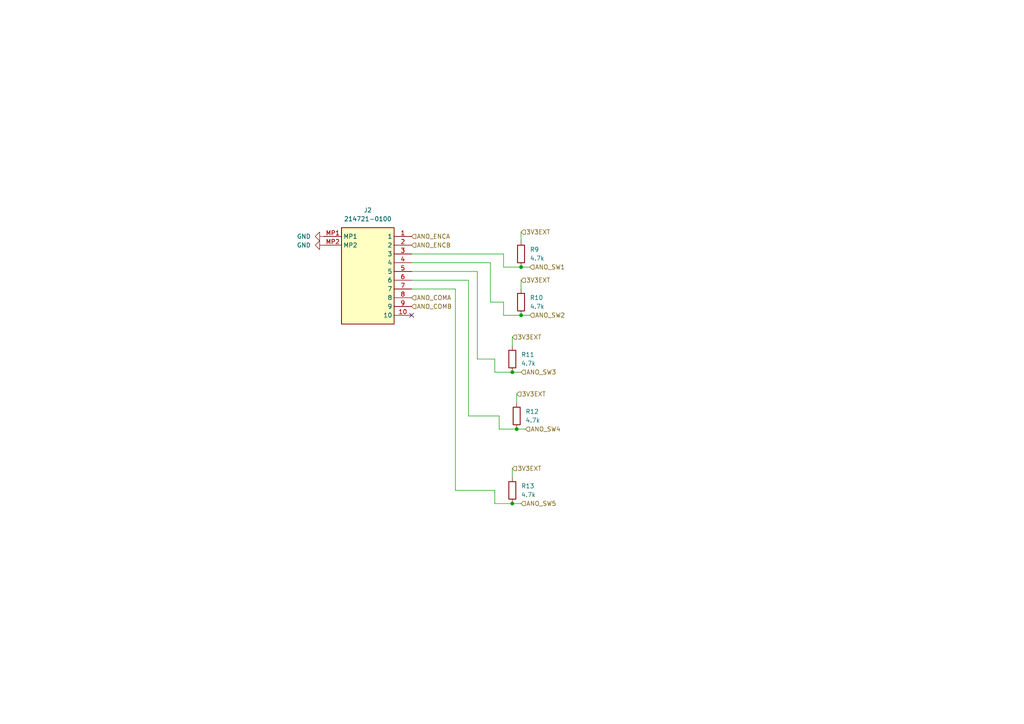
<source format=kicad_sch>
(kicad_sch (version 20231120) (generator "eeschema") (generator_version "8.0")
  (paper "A4")
  (lib_symbols
    (symbol "Device:R" (pin_numbers hide) (pin_names (offset 0))
      (property "Reference" "R" (at 2.032 0 90))
      (property "Value" "R" (at 0 0 90))
      (symbol "R_0_1"
        (rectangle (start -1.016 -2.54) (end 1.016 2.54) (stroke (width 0.254)))
      )
      (symbol "R_1_1"
        (pin passive line (at 0 3.81 270) (length 1.27) (name "~") (number "1"))
        (pin passive line (at 0 -3.81 90) (length 1.27) (name "~") (number "2"))
      )
    )
    (symbol "dialheader:214721-0100"
      (property "Reference" "J" (at 21.59 7.62 0))
      (property "Value" "214721-0100" (at 21.59 5.08 0))
      (symbol "214721-0100_1_1"
        (rectangle (start 5.08 2.54) (end 20.32 -25.4) (stroke (width 0.254)) (fill (type background)))
        (pin passive line (at 25.4 0 180) (length 5.08) (name "1") (number "1"))
        (pin passive line (at 25.4 -22.86 180) (length 5.08) (name "10") (number "10"))
        (pin passive line (at 25.4 -2.54 180) (length 5.08) (name "2") (number "2"))
        (pin passive line (at 25.4 -5.08 180) (length 5.08) (name "3") (number "3"))
        (pin passive line (at 25.4 -7.62 180) (length 5.08) (name "4") (number "4"))
        (pin passive line (at 25.4 -10.16 180) (length 5.08) (name "5") (number "5"))
        (pin passive line (at 25.4 -12.7 180) (length 5.08) (name "6") (number "6"))
        (pin passive line (at 25.4 -15.24 180) (length 5.08) (name "7") (number "7"))
        (pin passive line (at 25.4 -17.78 180) (length 5.08) (name "8") (number "8"))
        (pin passive line (at 25.4 -20.32 180) (length 5.08) (name "9") (number "9"))
        (pin passive line (at 0 0 0) (length 5.08) (name "MP1") (number "MP1"))
        (pin passive line (at 0 -2.54 0) (length 5.08) (name "MP2") (number "MP2"))
      )
    )
    (symbol "power:GND" (power) (pin_numbers hide) (pin_names (offset 0) hide)
      (property "Value" "GND" (at 0 -3.81 0))
      (symbol "GND_0_1"
        (polyline (pts (xy 0 0) (xy 0 -1.27) (xy 1.27 -1.27) (xy 0 -2.54) (xy -1.27 -1.27) (xy 0 -1.27)))
      )
      (symbol "GND_1_1"
        (pin power_in line (at 0 0 270) (length 0) (name "~") (number "1"))
      )
    )
  )
  (junction (at 148.59 107.95))
  (junction (at 149.86 124.46))
  (junction (at 148.59 146.05))
  (junction (at 151.13 77.47))
  (junction (at 151.13 91.44))
  (no_connect (at 119.38 91.44))
  (wire (pts (xy 119.38 78.74) (xy 138.43 78.74)))
  (wire (pts (xy 146.05 77.47) (xy 151.13 77.47)))
  (wire (pts (xy 146.05 87.63) (xy 146.05 91.44)))
  (wire (pts (xy 151.13 83.82) (xy 151.13 81.28)))
  (wire (pts (xy 135.89 120.65) (xy 144.78 120.65)))
  (wire (pts (xy 151.13 69.85) (xy 151.13 67.31)))
  (wire (pts (xy 146.05 91.44) (xy 151.13 91.44)))
  (wire (pts (xy 148.59 100.33) (xy 148.59 97.79)))
  (wire (pts (xy 144.78 124.46) (xy 149.86 124.46)))
  (wire (pts (xy 143.51 107.95) (xy 148.59 107.95)))
  (wire (pts (xy 149.86 116.84) (xy 149.86 114.3)))
  (wire (pts (xy 138.43 104.14) (xy 143.51 104.14)))
  (wire (pts (xy 146.05 73.66) (xy 146.05 77.47)))
  (wire (pts (xy 149.86 124.46) (xy 152.4 124.46)))
  (wire (pts (xy 132.08 142.24) (xy 143.51 142.24)))
  (wire (pts (xy 119.38 76.2) (xy 142.24 76.2)))
  (wire (pts (xy 132.08 83.82) (xy 132.08 142.24)))
  (wire (pts (xy 143.51 104.14) (xy 143.51 107.95)))
  (wire (pts (xy 148.59 146.05) (xy 151.13 146.05)))
  (wire (pts (xy 148.59 107.95) (xy 151.13 107.95)))
  (wire (pts (xy 138.43 78.74) (xy 138.43 104.14)))
  (wire (pts (xy 119.38 83.82) (xy 132.08 83.82)))
  (wire (pts (xy 119.38 81.28) (xy 135.89 81.28)))
  (wire (pts (xy 142.24 87.63) (xy 146.05 87.63)))
  (wire (pts (xy 142.24 76.2) (xy 142.24 87.63)))
  (wire (pts (xy 143.51 142.24) (xy 143.51 146.05)))
  (wire (pts (xy 151.13 91.44) (xy 153.67 91.44)))
  (wire (pts (xy 135.89 81.28) (xy 135.89 120.65)))
  (wire (pts (xy 119.38 73.66) (xy 146.05 73.66)))
  (wire (pts (xy 144.78 120.65) (xy 144.78 124.46)))
  (wire (pts (xy 148.59 138.43) (xy 148.59 135.89)))
  (wire (pts (xy 151.13 77.47) (xy 153.67 77.47)))
  (wire (pts (xy 143.51 146.05) (xy 148.59 146.05)))
  (hierarchical_label "ANO_COMB" (shape input) (at 119.38 88.9 0))
  (hierarchical_label "3V3EXT" (shape input) (at 149.86 114.3 0))
  (hierarchical_label "3V3EXT" (shape input) (at 148.59 97.79 0))
  (hierarchical_label "3V3EXT" (shape input) (at 151.13 81.28 0))
  (hierarchical_label "ANO_ENCA" (shape input) (at 119.38 68.58 0))
  (hierarchical_label "ANO_SW2" (shape input) (at 153.67 91.44 0))
  (hierarchical_label "3V3EXT" (shape input) (at 148.59 135.89 0))
  (hierarchical_label "ANO_SW3" (shape input) (at 151.13 107.95 0))
  (hierarchical_label "ANO_ENCB" (shape input) (at 119.38 71.12 0))
  (hierarchical_label "ANO_SW1" (shape input) (at 153.67 77.47 0))
  (hierarchical_label "ANO_SW4" (shape input) (at 152.4 124.46 0))
  (hierarchical_label "ANO_COMA" (shape input) (at 119.38 86.36 0))
  (hierarchical_label "3V3EXT" (shape input) (at 151.13 67.31 0))
  (hierarchical_label "ANO_SW5" (shape input) (at 151.13 146.05 0))
  (symbol (lib_id "power:GND") (at 93.98 68.58 270) (unit 1)
    (property "Reference" "#PWR061" (effects (hide yes)))
    (property "Value" "GND" (at 90.17 68.5801 90) (effects (justify right)))
    (property "Description" "Power symbol creates a global label with name \"GND\" , ground" (effects (hide yes)))
  )
  (symbol (lib_id "Device:R") (at 148.59 104.14 0) (unit 1)
    (property "Reference" "R11" (at 151.13 102.8699 0) (effects (justify left)))
    (property "Value" "4.7k" (at 151.13 105.4099 0) (effects (justify left)))
    (property "Footprint" "Resistor_SMD:R_0603_1608Metric" (effects (hide yes)))
    (property "Description" "Resistor" (effects (hide yes)))
  )
  (symbol (lib_id "Device:R") (at 149.86 120.65 0) (unit 1)
    (property "Reference" "R12" (at 152.4 119.3799 0) (effects (justify left)))
    (property "Value" "4.7k" (at 152.4 121.9199 0) (effects (justify left)))
    (property "Footprint" "Resistor_SMD:R_0603_1608Metric" (effects (hide yes)))
    (property "Description" "Resistor" (effects (hide yes)))
  )
  (symbol (lib_id "dialheader:214721-0100") (at 93.98 68.58 0) (unit 1)
    (property "Reference" "J2" (at 106.68 60.96 0))
    (property "Value" "214721-0100" (at 106.68 63.5 0))
    (property "Footprint" "Footprints:8positionheader" (effects (hide yes)))
    (property "Datasheet" "https://www.molex.com/pdm_docs/sd/2147210100_sd.pdf" (effects (hide yes)))
    (property "Description" "MOLEX - 214721-0100 - Pin Header, Signal, Wire-to-Board, 0.8 mm, 1 Rows, 10 Contacts, Surface Mount Right Angle" (effects (hide yes)))
    (property "Height" "1.8" (effects (hide yes)))
    (property "Mouser Part Number" "538-214721-0100" (effects (hide yes)))
    (property "Mouser Price/Stock" "https://www.mouser.co.uk/ProductDetail/Molex/214721-0100?qs=MyNHzdoqoQJCc4Zxlj0GUQ%3D%3D" (effects (hide yes)))
    (property "Manufacturer_Name" "Molex" (effects (hide yes)))
    (property "Manufacturer_Part_Number" "214721-0100" (effects (hide yes)))
  )
  (symbol (lib_id "Device:R") (at 151.13 87.63 0) (unit 1)
    (property "Reference" "R10" (at 153.67 86.3599 0) (effects (justify left)))
    (property "Value" "4.7k" (at 153.67 88.8999 0) (effects (justify left)))
    (property "Footprint" "Resistor_SMD:R_0603_1608Metric" (effects (hide yes)))
    (property "Description" "Resistor" (effects (hide yes)))
  )
  (symbol (lib_id "Device:R") (at 148.59 142.24 0) (unit 1)
    (property "Reference" "R13" (at 151.13 140.9699 0) (effects (justify left)))
    (property "Value" "4.7k" (at 151.13 143.5099 0) (effects (justify left)))
    (property "Footprint" "Resistor_SMD:R_0603_1608Metric" (effects (hide yes)))
    (property "Description" "Resistor" (effects (hide yes)))
  )
  (symbol (lib_id "power:GND") (at 93.98 71.12 270) (unit 1)
    (property "Reference" "#PWR060" (effects (hide yes)))
    (property "Value" "GND" (at 90.17 71.1201 90) (effects (justify right)))
    (property "Description" "Power symbol creates a global label with name \"GND\" , ground" (effects (hide yes)))
  )
  (symbol (lib_id "Device:R") (at 151.13 73.66 0) (unit 1)
    (property "Reference" "R9" (at 153.67 72.3899 0) (effects (justify left)))
    (property "Value" "4.7k" (at 153.67 74.9299 0) (effects (justify left)))
    (property "Footprint" "Resistor_SMD:R_0603_1608Metric" (effects (hide yes)))
    (property "Description" "Resistor" (effects (hide yes)))
  )
)
</source>
